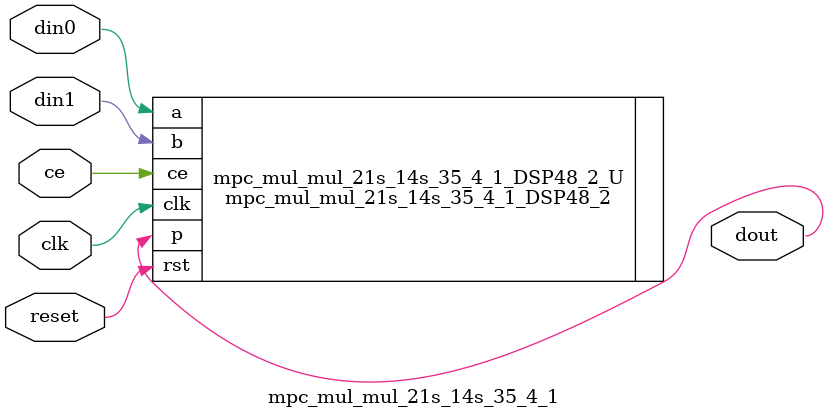
<source format=v>
module mpc_mul_mul_21s_14s_35_4_1(
    clk,
    reset,
    ce,
    din0,
    din1,
    dout);

parameter ID = 32'd1;
parameter NUM_STAGE = 32'd1;
parameter din0_WIDTH = 32'd1;
parameter din1_WIDTH = 32'd1;
parameter dout_WIDTH = 32'd1;
input clk;
input reset;
input ce;
input[din0_WIDTH - 1:0] din0;
input[din1_WIDTH - 1:0] din1;
output[dout_WIDTH - 1:0] dout;



mpc_mul_mul_21s_14s_35_4_1_DSP48_2 mpc_mul_mul_21s_14s_35_4_1_DSP48_2_U(
    .clk( clk ),
    .rst( reset ),
    .ce( ce ),
    .a( din0 ),
    .b( din1 ),
    .p( dout ));

endmodule

</source>
